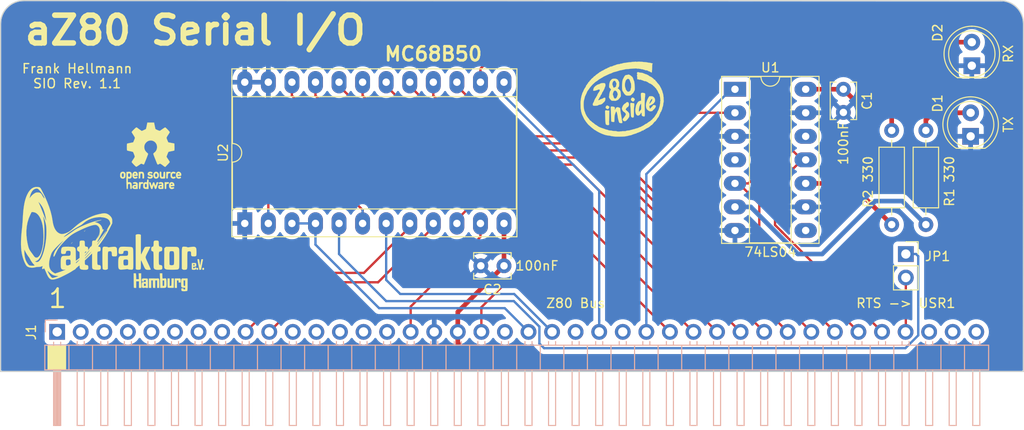
<source format=kicad_pcb>
(kicad_pcb (version 20240108) (generator "pcbnew") (generator_version "8.0")
  (layers (0 "F.Cu" signal) (31 "B.Cu" signal) (34 "B.Paste" user) (35 "F.Paste" user) (36 "B.SilkS" user "B.Silkscreen") (37 "F.SilkS" user "F.Silkscreen") (38 "B.Mask" user) (39 "F.Mask" user) (44 "Edge.Cuts" user))
  (net 0 "")
  (net 1 "/USR4")
  (net 2 "/USR3")
  (net 3 "/USR2")
  (net 4 "/USR1")
  (net 5 "/RX")
  (net 6 "/TX")
  (net 7 "/D7")
  (net 8 "/D6")
  (net 9 "/D5")
  (net 10 "/D4")
  (net 11 "/D3")
  (net 12 "/D2")
  (net 13 "/D1")
  (net 14 "/D0")
  (net 15 "/RD")
  (net 16 "/MREQ")
  (net 17 "/RESET")
  (net 18 "VCC")
  (net 19 "GND")
  (net 20 "/A1")
  (net 21 "/A2")
  (net 22 "/A3")
  (net 23 "/A4")
  (net 24 "/A5")
  (net 25 "/A8")
  (net 26 "/A9")
  (net 27 "/A10")
  (net 28 "/A11")
  (net 29 "/A12")
  (net 30 "/A13")
  (net 31 "/A14")
  (net 32 "/A15")
  (net 33 "Net-(D1-Pad2)")
  (net 34 "Net-(D2-Pad2)")
  (net 35 "IORQ")
  (net 36 "WR")
  (net 37 "INT")
  (net 38 "CLOCK")
  (net 39 "M1")
  (net 40 "A0")
  (net 41 "A6")
  (net 42 "A7")
  (net 43 "Net-(JP1-Pad1)")
  (net 44 "Net-(R1-Pad2)")
  (net 45 "Net-(R2-Pad2)")
  (net 46 "Net-(U1-Pad12)")
  (net 47 "Net-(U1-Pad4)")
  (net 48 "Net-(U1-Pad2)")
  (net 49 "Net-(U1-Pad8)")
  (footprint "Backplane:attraktor" (layer "F.Cu") (at 95 100.2)
    (property "Reference" "G***" (hide yes))
    (property "Value" "LOGO" (hide yes))
  )
  (footprint "Backplane:osh_logo" (layer "F.Cu") (at 99.06 91.186)
    (property "Reference" "G***" (hide yes))
    (property "Value" "LOGO" (hide yes))
  )
  (footprint "Backplane:Z80_inside" (layer "F.Cu") (at 149.86 84.836)
    (property "Reference" "G***" (hide yes))
    (property "Value" "LOGO" (hide yes))
  )
  (footprint "Capacitor_THT:C_Disc_D3.8mm_W2.6mm_P2.50mm" (layer "F.Cu") (at 173.736 83.82 -90)
    (property "Reference" "C1" (at 1.25 -2.55 90) (layer "F.SilkS"))
    (property "Value" "100nF" (at 5.842 0 90) (layer "F.SilkS"))
    (pad "1" thru_hole circle (at 0 0 270) (size 1.6 1.6) (drill 0.8) (layers "*.Cu" "*.Mask") (net 18 "VCC"))
    (pad "2" thru_hole circle (at 2.5 0 270) (size 1.6 1.6) (drill 0.8) (layers "*.Cu" "*.Mask") (net 19 "GND"))
  )
  (footprint "Capacitor_THT:C_Disc_D3.8mm_W2.6mm_P2.50mm" (layer "F.Cu") (at 137.16 102.87 180)
    (property "Reference" "C2" (at 1.25 -2.55 0) (layer "F.SilkS"))
    (property "Value" "100nF" (at -3.556 0 0) (layer "F.SilkS"))
    (pad "1" thru_hole circle (at 0 0 180) (size 1.6 1.6) (drill 0.8) (layers "*.Cu" "*.Mask") (net 18 "VCC"))
    (pad "2" thru_hole circle (at 2.5 0 180) (size 1.6 1.6) (drill 0.8) (layers "*.Cu" "*.Mask") (net 19 "GND"))
  )
  (footprint "LED_THT:LED_D5.0mm" (layer "F.Cu") (at 187.452 88.9 90)
    (property "Reference" "D1" (at 3.556 -3.556 -90) (layer "F.SilkS"))
    (property "Value" "TX" (at 1.27 4.064 90) (layer "F.SilkS"))
    (pad "1" thru_hole rect (at 0 0 90) (size 1.8 1.8) (drill 0.9) (layers "*.Cu" "*.Mask") (net 19 "GND"))
    (pad "2" thru_hole circle (at 2.54 0 90) (size 1.8 1.8) (drill 0.9) (layers "*.Cu" "*.Mask") (net 33 "Net-(D1-Pad2)"))
  )
  (footprint "LED_THT:LED_D5.0mm" (layer "F.Cu") (at 187.579 81.28 90)
    (property "Reference" "D2" (at 3.556 -3.683 -90) (layer "F.SilkS"))
    (property "Value" "RX" (at 1.27 3.937 90) (layer "F.SilkS"))
    (pad "1" thru_hole rect (at 0 0 90) (size 1.8 1.8) (drill 0.9) (layers "*.Cu" "*.Mask") (net 19 "GND"))
    (pad "2" thru_hole circle (at 2.54 0 90) (size 1.8 1.8) (drill 0.9) (layers "*.Cu" "*.Mask") (net 34 "Net-(D2-Pad2)"))
  )
  (footprint "Connector_PinSocket_2.54mm:PinSocket_1x02_P2.54mm_Vertical" (layer "F.Cu") (at 180.467 101.6)
    (property "Reference" "JP1" (at 3.429 0.254 0) (layer "F.SilkS"))
    (property "Value" "RTS -> USR1" (at 0 5.31 0) (layer "F.SilkS"))
    (pad "1" thru_hole rect (at 0 0) (size 1.7 1.7) (drill 1) (layers "*.Cu" "*.Mask") (net 43 "Net-(JP1-Pad1)"))
    (pad "2" thru_hole oval (at 0 2.54) (size 1.7 1.7) (drill 1) (layers "*.Cu" "*.Mask") (net 4 "/USR1"))
  )
  (footprint "Resistor_THT:R_Axial_DIN0207_L6.3mm_D2.5mm_P10.16mm_Horizontal" (layer "F.Cu") (at 178.943 88.265 -90)
    (property "Reference" "R2" (at 7.366 2.54 90) (layer "F.SilkS"))
    (property "Value" "330" (at 4.191 2.54 90) (layer "F.SilkS"))
    (pad "1" thru_hole circle (at 0 0 270) (size 1.6 1.6) (drill 0.8) (layers "*.Cu" "*.Mask") (net 34 "Net-(D2-Pad2)"))
    (pad "2" thru_hole oval (at 10.16 0 270) (size 1.6 1.6) (drill 0.8) (layers "*.Cu" "*.Mask") (net 45 "Net-(R2-Pad2)"))
  )
  (footprint "Package_DIP:DIP-14_W7.62mm_Socket_LongPads" (layer "F.Cu") (at 162.052 83.82)
    (property "Reference" "U1" (at 3.81 -2.33 0) (layer "F.SilkS"))
    (property "Value" "74LS04" (at 3.81 17.57 0) (layer "F.SilkS"))
    (pad "1" thru_hole rect (at 0 0) (size 2.4 1.6) (drill 0.8) (layers "*.Cu" "*.Mask") (net 35 "IORQ"))
    (pad "2" thru_hole oval (at 0 2.54) (size 2.4 1.6) (drill 0.8) (layers "*.Cu" "*.Mask") (net 48 "Net-(U1-Pad2)"))
    (pad "3" thru_hole oval (at 0 5.08) (size 2.4 1.6) (drill 0.8) (layers "*.Cu" "*.Mask") (net 19 "GND"))
    (pad "4" thru_hole oval (at 0 7.62) (size 2.4 1.6) (drill 0.8) (layers "*.Cu" "*.Mask") (net 47 "Net-(U1-Pad4)"))
    (pad "5" thru_hole oval (at 0 10.16) (size 2.4 1.6) (drill 0.8) (layers "*.Cu" "*.Mask") (net 6 "/TX"))
    (pad "6" thru_hole oval (at 0 12.7) (size 2.4 1.6) (drill 0.8) (layers "*.Cu" "*.Mask") (net 44 "Net-(R1-Pad2)"))
    (pad "7" thru_hole oval (at 0 15.24) (size 2.4 1.6) (drill 0.8) (layers "*.Cu" "*.Mask") (net 19 "GND"))
    (pad "8" thru_hole oval (at 7.62 15.24) (size 2.4 1.6) (drill 0.8) (layers "*.Cu" "*.Mask") (net 49 "Net-(U1-Pad8)"))
    (pad "9" thru_hole oval (at 7.62 12.7) (size 2.4 1.6) (drill 0.8) (layers "*.Cu" "*.Mask") (net 19 "GND"))
    (pad "10" thru_hole oval (at 7.62 10.16) (size 2.4 1.6) (drill 0.8) (layers "*.Cu" "*.Mask") (net 45 "Net-(R2-Pad2)"))
    (pad "11" thru_hole oval (at 7.62 7.62) (size 2.4 1.6) (drill 0.8) (layers "*.Cu" "*.Mask") (net 5 "/RX"))
    (pad "12" thru_hole oval (at 7.62 5.08) (size 2.4 1.6) (drill 0.8) (layers "*.Cu" "*.Mask") (net 46 "Net-(U1-Pad12)"))
    (pad "13" thru_hole oval (at 7.62 2.54) (size 2.4 1.6) (drill 0.8) (layers "*.Cu" "*.Mask") (net 19 "GND"))
    (pad "14" thru_hole oval (at 7.62 0) (size 2.4 1.6) (drill 0.8) (layers "*.Cu" "*.Mask") (net 18 "VCC"))
  )
  (footprint "Package_DIP:DIP-24_W15.24mm_Socket_LongPads" (layer "F.Cu") (at 109.22 98.298 90)
    (property "Reference" "U2" (at 7.62 -2.33 90) (layer "F.SilkS"))
    (property "Value" "MC68B50" (at 18.288 20.32 180) (layer "F.SilkS") (effects (font (size 1.5 1.5) (thickness 0.3))))
    (pad "1" thru_hole rect (at 0 0 90) (size 2.4 1.6) (drill 0.8) (layers "*.Cu" "*.Mask") (net 19 "GND"))
    (pad "2" thru_hole oval (at 0 2.54 90) (size 2.4 1.6) (drill 0.8) (layers "*.Cu" "*.Mask") (net 5 "/RX"))
    (pad "3" thru_hole oval (at 0 5.08 90) (size 2.4 1.6) (drill 0.8) (layers "*.Cu" "*.Mask") (net 38 "CLOCK"))
    (pad "4" thru_hole oval (at 0 7.62 90) (size 2.4 1.6) (drill 0.8) (layers "*.Cu" "*.Mask") (net 38 "CLOCK"))
    (pad "5" thru_hole oval (at 0 10.16 90) (size 2.4 1.6) (drill 0.8) (layers "*.Cu" "*.Mask") (net 43 "Net-(JP1-Pad1)"))
    (pad "6" thru_hole oval (at 0 12.7 90) (size 2.4 1.6) (drill 0.8) (layers "*.Cu" "*.Mask") (net 6 "/TX"))
    (pad "7" thru_hole oval (at 0 15.24 90) (size 2.4 1.6) (drill 0.8) (layers "*.Cu" "*.Mask") (net 37 "INT"))
    (pad "8" thru_hole oval (at 0 17.78 90) (size 2.4 1.6) (drill 0.8) (layers "*.Cu" "*.Mask") (net 42 "A7"))
    (pad "9" thru_hole oval (at 0 20.32 90) (size 2.4 1.6) (drill 0.8) (layers "*.Cu" "*.Mask") (net 41 "A6"))
    (pad "10" thru_hole oval (at 0 22.86 90) (size 2.4 1.6) (drill 0.8) (layers "*.Cu" "*.Mask") (net 39 "M1"))
    (pad "11" thru_hole oval (at 0 25.4 90) (size 2.4 1.6) (drill 0.8) (layers "*.Cu" "*.Mask") (net 40 "A0"))
    (pad "12" thru_hole oval (at 0 27.94 90) (size 2.4 1.6) (drill 0.8) (layers "*.Cu" "*.Mask") (net 18 "VCC"))
    (pad "13" thru_hole oval (at 15.24 27.94 90) (size 2.4 1.6) (drill 0.8) (layers "*.Cu" "*.Mask") (net 36 "WR"))
    (pad "14" thru_hole oval (at 15.24 25.4 90) (size 2.4 1.6) (drill 0.8) (layers "*.Cu" "*.Mask") (net 48 "Net-(U1-Pad2)"))
    (pad "15" thru_hole oval (at 15.24 22.86 90) (size 2.4 1.6) (drill 0.8) (layers "*.Cu" "*.Mask") (net 7 "/D7"))
    (pad "16" thru_hole oval (at 15.24 20.32 90) (size 2.4 1.6) (drill 0.8) (layers "*.Cu" "*.Mask") (net 8 "/D6"))
    (pad "17" thru_hole oval (at 15.24 17.78 90) (size 2.4 1.6) (drill 0.8) (layers "*.Cu" "*.Mask") (net 9 "/D5"))
    (pad "18" thru_hole oval (at 15.24 15.24 90) (size 2.4 1.6) (drill 0.8) (layers "*.Cu" "*.Mask") (net 10 "/D4"))
    (pad "19" thru_hole oval (at 15.24 12.7 90) (size 2.4 1.6) (drill 0.8) (layers "*.Cu" "*.Mask") (net 11 "/D3"))
    (pad "20" thru_hole oval (at 15.24 10.16 90) (size 2.4 1.6) (drill 0.8) (layers "*.Cu" "*.Mask") (net 12 "/D2"))
    (pad "21" thru_hole oval (at 15.24 7.62 90) (size 2.4 1.6) (drill 0.8) (layers "*.Cu" "*.Mask") (net 13 "/D1"))
    (pad "22" thru_hole oval (at 15.24 5.08 90) (size 2.4 1.6) (drill 0.8) (layers "*.Cu" "*.Mask") (net 14 "/D0"))
    (pad "23" thru_hole oval (at 15.24 2.54 90) (size 2.4 1.6) (drill 0.8) (layers "*.Cu" "*.Mask") (net 19 "GND"))
    (pad "24" thru_hole oval (at 15.24 0 90) (size 2.4 1.6) (drill 0.8) (layers "*.Cu" "*.Mask") (net 19 "GND"))
  )
  (footprint "Resistor_THT:R_Axial_DIN0207_L6.3mm_D2.5mm_P10.16mm_Horizontal" (layer "F.Cu") (at 182.626 88.265 -90)
    (property "Reference" "R1" (at 7.239 -2.54 90) (layer "F.SilkS"))
    (property "Value" "330" (at 4.191 -2.54 90) (layer "F.SilkS"))
    (pad "1" thru_hole circle (at 0 0 270) (size 1.6 1.6) (drill 0.8) (layers "*.Cu" "*.Mask") (net 33 "Net-(D1-Pad2)"))
    (pad "2" thru_hole oval (at 10.16 0 270) (size 1.6 1.6) (drill 0.8) (layers "*.Cu" "*.Mask") (net 44 "Net-(R1-Pad2)"))
  )
  (footprint "Connector_PinHeader_2.54mm:PinHeader_1x40_P2.54mm_Horizontal" (layer "B.Cu") (at 89 110 -90)
    (property "Reference" "J1" (at 0.05 2.8 90) (layer "F.SilkS"))
    (property "Value" "Z80 Bus" (at -3.09 -55.88 0) (layer "F.SilkS"))
    (pad "1" thru_hole rect (at 0 0 270) (size 1.7 1.7) (drill 1) (layers "*.Cu" "*.Mask") (net 32 "/A15"))
    (pad "2" thru_hole oval (at 0 -2.54 270) (size 1.7 1.7) (drill 1) (layers "*.Cu" "*.Mask") (net 31 "/A14"))
    (pad "3" thru_hole oval (at 0 -5.08 270) (size 1.7 1.7) (drill 1) (layers "*.Cu" "*.Mask") (net 30 "/A13"))
    (pad "4" thru_hole oval (at 0 -7.62 270) (size 1.7 1.7) (drill 1) (layers "*.Cu" "*.Mask") (net 29 "/A12"))
    (pad "5" thru_hole oval (at 0 -10.16 270) (size 1.7 1.7) (drill 1) (layers "*.Cu" "*.Mask") (net 28 "/A11"))
    (pad "6" thru_hole oval (at 0 -12.7 270) (size 1.7 1.7) (drill 1) (layers "*.Cu" "*.Mask") (net 27 "/A10"))
    (pad "7" thru_hole oval (at 0 -15.24 270) (size 1.7 1.7) (drill 1) (layers "*.Cu" "*.Mask") (net 26 "/A9"))
    (pad "8" thru_hole oval (at 0 -17.78 270) (size 1.7 1.7) (drill 1) (layers "*.Cu" "*.Mask") (net 25 "/A8"))
    (pad "9" thru_hole oval (at 0 -20.32 270) (size 1.7 1.7) (drill 1) (layers "*.Cu" "*.Mask") (net 42 "A7"))
    (pad "10" thru_hole oval (at 0 -22.86 270) (size 1.7 1.7) (drill 1) (layers "*.Cu" "*.Mask") (net 41 "A6"))
    (pad "11" thru_hole oval (at 0 -25.4 270) (size 1.7 1.7) (drill 1) (layers "*.Cu" "*.Mask") (net 24 "/A5"))
    (pad "12" thru_hole oval (at 0 -27.94 270) (size 1.7 1.7) (drill 1) (layers "*.Cu" "*.Mask") (net 23 "/A4"))
    (pad "13" thru_hole oval (at 0 -30.48 270) (size 1.7 1.7) (drill 1) (layers "*.Cu" "*.Mask") (net 22 "/A3"))
    (pad "14" thru_hole oval (at 0 -33.02 270) (size 1.7 1.7) (drill 1) (layers "*.Cu" "*.Mask") (net 21 "/A2"))
    (pad "15" thru_hole oval (at 0 -35.56 270) (size 1.7 1.7) (drill 1) (layers "*.Cu" "*.Mask") (net 20 "/A1"))
    (pad "16" thru_hole oval (at 0 -38.1 270) (size 1.7 1.7) (drill 1) (layers "*.Cu" "*.Mask") (net 40 "A0"))
    (pad "17" thru_hole oval (at 0 -40.64 270) (size 1.7 1.7) (drill 1) (layers "*.Cu" "*.Mask") (net 19 "GND"))
    (pad "18" thru_hole oval (at 0 -43.18 270) (size 1.7 1.7) (drill 1) (layers "*.Cu" "*.Mask") (net 18 "VCC"))
    (pad "19" thru_hole oval (at 0 -45.72 270) (size 1.7 1.7) (drill 1) (layers "*.Cu" "*.Mask") (net 39 "M1"))
    (pad "20" thru_hole oval (at 0 -48.26 270) (size 1.7 1.7) (drill 1) (layers "*.Cu" "*.Mask") (net 17 "/RESET"))
    (pad "21" thru_hole oval (at 0 -50.8 270) (size 1.7 1.7) (drill 1) (layers "*.Cu" "*.Mask") (net 38 "CLOCK"))
    (pad "22" thru_hole oval (at 0 -53.34 270) (size 1.7 1.7) (drill 1) (layers "*.Cu" "*.Mask") (net 37 "INT"))
    (pad "23" thru_hole oval (at 0 -55.88 270) (size 1.7 1.7) (drill 1) (layers "*.Cu" "*.Mask") (net 16 "/MREQ"))
    (pad "24" thru_hole oval (at 0 -58.42 270) (size 1.7 1.7) (drill 1) (layers "*.Cu" "*.Mask") (net 36 "WR"))
    (pad "25" thru_hole oval (at 0 -60.96 270) (size 1.7 1.7) (drill 1) (layers "*.Cu" "*.Mask") (net 15 "/RD"))
    (pad "26" thru_hole oval (at 0 -63.5 270) (size 1.7 1.7) (drill 1) (layers "*.Cu" "*.Mask") (net 35 "IORQ"))
    (pad "27" thru_hole oval (at 0 -66.04 270) (size 1.7 1.7) (drill 1) (layers "*.Cu" "*.Mask") (net 14 "/D0"))
    (pad "28" thru_hole oval (at 0 -68.58 270) (size 1.7 1.7) (drill 1) (layers "*.Cu" "*.Mask") (net 13 "/D1"))
    (pad "29" thru_hole oval (at 0 -71.12 270) (size 1.7 1.7) (drill 1) (layers "*.Cu" "*.Mask") (net 12 "/D2"))
    (pad "30" thru_hole oval (at 0 -73.66 270) (size 1.7 1.7) (drill 1) (layers "*.Cu" "*.Mask") (net 11 "/D3"))
    (pad "31" thru_hole oval (at 0 -76.2 270) (size 1.7 1.7) (drill 1) (layers "*.Cu" "*.Mask") (net 10 "/D4"))
    (pad "32" thru_hole oval (at 0 -78.74 270) (size 1.7 1.7) (drill 1) (layers "*.Cu" "*.Mask") (net 9 "/D5"))
    (pad "33" thru_hole oval (at 0 -81.28 270) (size 1.7 1.7) (drill 1) (layers "*.Cu" "*.Mask") (net 8 "/D6"))
    (pad "34" thru_hole oval (at 0 -83.82 270) (size 1.7 1.7) (drill 1) (layers "*.Cu" "*.Mask") (net 7 "/D7"))
    (pad "35" thru_hole oval (at 0 -86.36 270) (size 1.7 1.7) (drill 1) (layers "*.Cu" "*.Mask") (net 6 "/TX"))
    (pad "36" thru_hole oval (at 0 -88.9 270) (size 1.7 1.7) (drill 1) (layers "*.Cu" "*.Mask") (net 5 "/RX"))
    (pad "37" thru_hole oval (at 0 -91.44 270) (size 1.7 1.7) (drill 1) (layers "*.Cu" "*.Mask") (net 4 "/USR1"))
    (pad "38" thru_hole oval (at 0 -93.98 270) (size 1.7 1.7) (drill 1) (layers "*.Cu" "*.Mask") (net 3 "/USR2"))
    (pad "39" thru_hole oval (at 0 -96.52 270) (size 1.7 1.7) (drill 1) (layers "*.Cu" "*.Mask") (net 2 "/USR3"))
    (pad "40" thru_hole oval (at 0 -99.06 270) (size 1.7 1.7) (drill 1) (layers "*.Cu" "*.Mask") (net 1 "/USR4"))
  )
  (gr_poly (pts (xy 88.011 111.506) (xy 89.916 111.506) (xy 89.916 114.046) (xy 88.011 114.046)) (stroke (width 0.1)) (fill solid) (layer "F.SilkS"))
  (gr_arc (start 82.9 76.75) (mid 83.632233 74.982233) (end 85.4 74.25) (stroke (width 0.12)) (layer "Edge.Cuts"))
  (gr_arc (start 190.66 74.26) (mid 192.420696 74.989304) (end 193.15 76.75) (stroke (width 0.12)) (layer "Edge.Cuts"))
  (gr_line (start 85.4 74.25) (end 190.66 74.26) (stroke (width 0.12)) (layer "Edge.Cuts"))
  (gr_line (start 193.15 76.75) (end 193.14 114.276) (stroke (width 0.12)) (layer "Edge.Cuts"))
  (gr_line (start 193.14 114.276) (end 82.904 114.276) (stroke (width 0.12)) (layer "Edge.Cuts"))
  (gr_line (start 82.9 114.276) (end 82.9 76.75) (stroke (width 0.12)) (layer "Edge.Cuts"))
  (gr_text "aZ80 Serial I/O" (at 103.886 77.47 0) (layer "F.SilkS") (effects (font (size 3 3) (thickness 0.6))))
  (gr_text "1" (at 89.05 106.4 0) (layer "F.SilkS") (effects (font (size 2 2) (thickness 0.25))))
  (gr_text "Frank Hellmann\nSIO Rev. 1.1" (at 91.15 82.4 0) (layer "F.SilkS") (effects (font (size 1 1))))
  (segment (start 180.467 109.973) (end 180.44 110) (width 0.25) (layer "F.Cu") (net 4))
  (segment (start 180.467 104.14) (end 180.467 109.973) (width 0.25) (layer "F.Cu") (net 4))
  (segment (start 163.576 78.74) (end 166.37 81.534) (width 0.25) (layer "F.Cu") (net 5))
  (segment (start 166.96 99.06) (end 167.173 99.273) (width 0.25) (layer "F.Cu") (net 5))
  (segment (start 166.37 88.538) (end 166.37 84.074) (width 0.25) (layer "F.Cu") (net 5))
  (segment (start 166.37 83.82) (end 166.37 84.074) (width 0.25) (layer "F.Cu") (net 5))
  (segment (start 106.426 87.63) (end 106.426 81.534) (width 0.25) (layer "F.Cu") (net 5))
  (segment (start 106.426 81.534) (end 109.22 78.74) (width 0.25) (layer "F.Cu") (net 5))
  (segment (start 169.672 91.44) (end 169.272 91.44) (width 0.25) (layer "F.Cu") (net 5))
  (segment (start 167.173 99.273) (end 177.9 110) (width 0.25) (layer "F.Cu") (net 5))
  (segment (start 166.37 98.47) (end 167.173 99.273) (width 0.25) (layer "F.Cu") (net 5))
  (segment (start 169.272 91.44) (end 166.37 88.538) (width 0.25) (layer "F.Cu") (net 5))
  (segment (start 166.37 98.47) (end 166.37 94.342) (width 0.25) (layer "F.Cu") (net 5))
  (segment (start 109.22 78.74) (end 163.576 78.74) (width 0.25) (layer "F.Cu") (net 5))
  (segment (start 166.37 81.534) (end 166.37 84.074) (width 0.25) (layer "F.Cu") (net 5))
  (segment (start 111.76 98.298) (end 111.76 92.964) (width 0.25) (layer "F.Cu") (net 5))
  (segment (start 166.37 94.342) (end 169.272 91.44) (width 0.25) (layer "F.Cu") (net 5))
  (segment (start 111.76 92.964) (end 106.426 87.63) (width 0.25) (layer "F.Cu") (net 5))
  (segment (start 111.76 98.298) (end 111.76 96.848) (width 0.25) (layer "B.Cu") (net 5))
  (segment (start 164.674 99.314) (end 175.36 110) (width 0.25) (layer "F.Cu") (net 6))
  (segment (start 109.60241 79.502) (end 107.442 81.66241) (width 0.25) (layer "F.Cu") (net 6))
  (segment (start 164.674 96.202) (end 162.452 93.98) (width 0.25) (layer "F.Cu") (net 6))
  (segment (start 107.442 81.66241) (end 107.442 87.122) (width 0.25) (layer "F.Cu") (net 6))
  (segment (start 112.522 92.202) (end 117.274 92.202) (width 0.25) (layer "F.Cu") (net 6))
  (segment (start 162.052 93.98) (end 163.502 93.98) (width 0.25) (layer "F.Cu") (net 6))
  (segment (start 162.452 93.98) (end 162.052 93.98) (width 0.25) (layer "F.Cu") (net 6))
  (segment (start 163.502 93.98) (end 164.592 92.89) (width 0.25) (layer "F.Cu") (net 6))
  (segment (start 107.442 87.122) (end 112.522 92.202) (width 0.25) (layer "F.Cu") (net 6))
  (segment (start 117.274 92.202) (end 121.92 96.848) (width 0.25) (layer "F.Cu") (net 6))
  (segment (start 164.674 99.314) (end 164.674 96.202) (width 0.25) (layer "F.Cu") (net 6))
  (segment (start 164.592 81.28) (end 162.814 79.502) (width 0.25) (layer "F.Cu") (net 6))
  (segment (start 164.592 92.89) (end 164.592 81.28) (width 0.25) (layer "F.Cu") (net 6))
  (segment (start 162.814 79.502) (end 109.60241 79.502) (width 0.25) (layer "F.Cu") (net 6))
  (segment (start 121.92 96.848) (end 121.92 98.298) (width 0.25) (layer "F.Cu") (net 6))
  (segment (start 121.92 98.298) (end 121.92 96.848) (width 0.25) (layer "B.Cu") (net 6))
  (segment (start 132.08 83.058) (end 132.08 83.458) (width 0.25) (layer "F.Cu") (net 7))
  (segment (start 132.08 83.458) (end 137.522 88.9) (width 0.25) (layer "F.Cu") (net 7))
  (segment (start 165.055 102.235) (end 172.82 110) (width 0.25) (layer "F.Cu") (net 7))
  (segment (start 137.522 88.9) (end 147.32 88.9) (width 0.25) (layer "F.Cu") (net 7))
  (segment (start 160.655 102.235) (end 165.055 102.235) (width 0.25) (layer "F.Cu") (net 7))
  (segment (start 147.32 88.9) (end 160.655 102.235) (width 0.25) (layer "F.Cu") (net 7))
  (segment (start 147.066 89.662) (end 160.274 102.87) (width 0.25) (layer "F.Cu") (net 8))
  (segment (start 134.694 89.662) (end 147.066 89.662) (width 0.25) (layer "F.Cu") (net 8))
  (segment (start 129.54 83.058) (end 129.54 84.508) (width 0.25) (layer "F.Cu") (net 8))
  (segment (start 163.15 102.87) (end 170.28 110) (width 0.25) (layer "F.Cu") (net 8))
  (segment (start 129.54 84.508) (end 134.694 89.662) (width 0.25) (layer "F.Cu") (net 8))
  (segment (start 160.274 102.87) (end 163.15 102.87) (width 0.25) (layer "F.Cu") (net 8))
  (segment (start 146.812 90.424) (end 160.02 103.632) (width 0.25) (layer "F.Cu") (net 9))
  (segment (start 127 83.058) (end 127 83.458) (width 0.25) (layer "F.Cu") (net 9))
  (segment (start 127 83.458) (end 133.966 90.424) (width 0.25) (layer "F.Cu") (net 9))
  (segment (start 161.372 103.632) (end 167.74 110) (width 0.25) (layer "F.Cu") (net 9))
  (segment (start 160.02 103.632) (end 161.372 103.632) (width 0.25) (layer "F.Cu") (net 9))
  (segment (start 133.966 90.424) (end 146.812 90.424) (width 0.25) (layer "F.Cu") (net 9))
  (segment (start 165.1 109.9) (end 165.2 110) (width 0.25) (layer "F.Cu") (net 10))
  (segment (start 132.188 91.186) (end 146.386 91.186) (width 0.25) (layer "F.Cu") (net 10))
  (segment (start 124.46 83.458) (end 132.188 91.186) (width 0.25) (layer "F.Cu") (net 10))
  (segment (start 124.46 83.058) (end 124.46 83.458) (width 0.25) (layer "F.Cu") (net 10))
  (segment (start 146.386 91.186) (end 165.1 109.9) (width 0.25) (layer "F.Cu") (net 10))
  (segment (start 129.36 91.948) (end 144.608 91.948) (width 0.25) (layer "F.Cu") (net 11))
  (segment (start 121.92 84.508) (end 129.36 91.948) (width 0.25) (layer "F.Cu") (net 11))
  (segment (start 144.608 91.948) (end 162.66 110) (width 0.25) (layer "F.Cu") (net 11))
  (segment (start 121.92 83.058) (end 121.92 84.508) (width 0.25) (layer "F.Cu") (net 11))
  (segment (start 128.632 92.71) (end 142.83 92.71) (width 0.25) (layer "F.Cu") (net 12))
  (segment (start 119.38 83.058) (end 119.38 83.458) (width 0.25) (layer "F.Cu") (net 12))
  (segment (start 119.38 83.458) (end 128.632 92.71) (width 0.25) (layer "F.Cu") (net 12))
  (segment (start 142.83 92.71) (end 160.12 110) (width 0.25) (layer "F.Cu") (net 12))
  (segment (start 141.052 93.472) (end 157.58 110) (width 0.25) (layer "F.Cu") (net 13))
  (segment (start 116.84 83.058) (end 116.84 84.508) (width 0.25) (layer "F.Cu") (net 13))
  (segment (start 125.804 93.472) (end 141.052 93.472) (width 0.25) (layer "F.Cu") (net 13))
  (segment (start 116.84 84.508) (end 125.804 93.472) (width 0.25) (layer "F.Cu") (net 13))
  (segment (start 114.3 84.508) (end 124.026 94.234) (width 0.25) (layer "F.Cu") (net 14))
  (segment (start 124.026 94.234) (end 139.274 94.234) (width 0.25) (layer "F.Cu") (net 14))
  (segment (start 114.3 83.058) (end 114.3 84.508) (width 0.25) (layer "F.Cu") (net 14))
  (segment (start 139.274 94.234) (end 155.04 110) (width 0.25) (layer "F.Cu") (net 14))
  (segment (start 132.18 107.85) (end 137.16 102.87) (width 0.5) (layer "F.Cu") (net 18))
  (segment (start 183.515 92.583) (end 177.419 92.583) (width 0.5) (layer "F.Cu") (net 18))
  (segment (start 190.246 99.314) (end 183.515 92.583) (width 0.5) (layer "F.Cu") (net 18))
  (segment (start 177.419 92.583) (end 176.022 91.186) (width 0.5) (layer "F.Cu") (net 18))
  (segment (start 132.18 111.202081) (end 133.753919 112.776) (width 0.5) (layer "F.Cu") (net 18))
  (segment (start 132.18 110) (end 132.18 111.202081) (width 0.5) (layer "F.Cu") (net 18))
  (segment (start 176.022 86.106) (end 173.736 83.82) (width 0.5) (layer "F.Cu") (net 18))
  (segment (start 173.736 83.82) (end 169.672 83.82) (width 0.5) (layer "F.Cu") (net 18))
  (segment (start 133.753919 112.776) (end 188.722 112.776) (width 0.5) (layer "F.Cu") (net 18))
  (segment (start 137.16 102.87) (end 137.16 98.298) (width 0.5) (layer "F.Cu") (net 18))
  (segment (start 132.18 110) (end 132.18 107.85) (width 0.5) (layer "F.Cu") (net 18))
  (segment (start 176.022 91.186) (end 176.022 86.106) (width 0.5) (layer "F.Cu") (net 18))
  (segment (start 188.722 112.776) (end 190.246 111.252) (width 0.5) (layer "F.Cu") (net 18))
  (segment (start 190.246 111.252) (end 190.246 99.314) (width 0.5) (layer "F.Cu") (net 18))
  (segment (start 162.452 88.9) (end 162.052 88.9) (width 0.25) (layer "F.Cu") (net 19))
  (segment (start 169.272 96.52) (end 169.672 96.52) (width 0.25) (layer "B.Cu") (net 19))
  (segment (start 182.626 87.13363) (end 183.39963 86.36) (width 0.5) (layer "F.Cu") (net 33))
  (segment (start 186.179208 86.36) (end 187.452 86.36) (width 0.5) (layer "F.Cu") (net 33))
  (segment (start 183.39963 86.36) (end 186.179208 86.36) (width 0.5) (layer "F.Cu") (net 33))
  (segment (start 182.626 88.265) (end 182.626 87.13363) (width 0.5) (layer "F.Cu") (net 33))
  (segment (start 185.42 78.74) (end 187.579 78.74) (width 0.5) (layer "F.Cu") (net 34))
  (segment (start 178.943 88.265) (end 178.943 85.217) (width 0.5) (layer "F.Cu") (net 34))
  (segment (start 178.943 85.217) (end 185.42 78.74) (width 0.5) (layer "F.Cu") (net 34))
  (segment (start 161.652 83.82) (end 152.5 92.972) (width 0.25) (layer "B.Cu") (net 35))
  (segment (start 152.5 108.797919) (end 152.5 110) (width 0.25) (layer "B.Cu") (net 35))
  (segment (start 162.052 83.82) (end 161.652 83.82) (width 0.25) (layer "B.Cu") (net 35))
  (segment (start 152.5 92.972) (end 152.5 108.797919) (width 0.25) (layer "B.Cu") (net 35))
  (segment (start 137.16 83.058) (end 137.16 84.508) (width 0.25) (layer "B.Cu") (net 36))
  (segment (start 137.16 84.508) (end 147.42 94.768) (width 0.25) (layer "B.Cu") (net 36))
  (segment (start 147.42 94.768) (end 147.42 108.797919) (width 0.25) (layer "B.Cu") (net 36))
  (segment (start 147.42 108.797919) (end 147.42 110) (width 0.25) (layer "B.Cu") (net 36))
  (segment (start 124.46 98.298) (end 124.46 104.394) (width 0.25) (layer "B.Cu") (net 37))
  (segment (start 138.258 105.918) (end 142.34 110) (width 0.25) (layer "B.Cu") (net 37))
  (segment (start 125.984 105.918) (end 138.258 105.918) (width 0.25) (layer "B.Cu") (net 37))
  (segment (start 124.46 104.394) (end 125.984 105.918) (width 0.25) (layer "B.Cu") (net 37))
  (segment (start 139.7 109.9) (end 139.8 110) (width 0.25) (layer "F.Cu") (net 38))
  (segment (start 123.698 107.442) (end 116.84 100.584) (width 0.25) (layer "B.Cu") (net 38))
  (segment (start 139.8 110) (end 137.242 107.442) (width 0.25) (layer "B.Cu") (net 38))
  (segment (start 116.84 98.298) (end 114.3 98.298) (width 0.25) (layer "B.Cu") (net 38))
  (segment (start 116.84 100.584) (end 116.84 98.298) (width 0.25) (layer "B.Cu") (net 38))
  (segment (start 137.242 107.442) (end 123.698 107.442) (width 0.25) (layer "B.Cu") (net 38))
  (segment (start 137.668 96.012) (end 139.446 97.79) (width 0.25) (layer "F.Cu") (net 39))
  (segment (start 139.446 102.616) (end 134.72 107.342) (width 0.25) (layer "F.Cu") (net 39))
  (segment (start 134.72 107.342) (end 134.72 110) (width 0.25) (layer "F.Cu") (net 39))
  (segment (start 132.08 98.298) (end 132.08 97.898) (width 0.25) (layer "F.Cu") (net 39))
  (segment (start 139.446 97.79) (end 139.446 102.616) (width 0.25) (layer "F.Cu") (net 39))
  (segment (start 132.08 97.898) (end 133.966 96.012) (width 0.25) (layer "F.Cu") (net 39))
  (segment (start 133.966 96.012) (end 137.668 96.012) (width 0.25) (layer "F.Cu") (net 39))
  (segment (start 127.1 108.797919) (end 127.1 110) (width 0.25) (layer "F.Cu") (net 40))
  (segment (start 134.62 99.748) (end 127.1 107.268) (width 0.25) (layer "F.Cu") (net 40))
  (segment (start 134.62 98.298) (end 134.62 99.748) (width 0.25) (layer "F.Cu") (net 40))
  (segment (start 127.1 107.268) (end 127.1 108.797919) (width 0.25) (layer "F.Cu") (net 40))
  (segment (start 117.212 104.648) (end 111.86 110) (width 0.25) (layer "F.Cu") (net 41))
  (segment (start 129.54 98.298) (end 129.54 98.698) (width 0.25) (layer "F.Cu") (net 41))
  (segment (start 123.59 104.648) (end 117.212 104.648) (width 0.25) (layer "F.Cu") (net 41))
  (segment (start 129.54 98.698) (end 123.59 104.648) (width 0.25) (layer "F.Cu") (net 41))
  (segment (start 127 98.698) (end 122.066 103.632) (width 0.25) (layer "F.Cu") (net 42))
  (segment (start 127 98.298) (end 127 98.698) (width 0.25) (layer "F.Cu") (net 42))
  (segment (start 122.066 103.632) (end 115.688 103.632) (width 0.25) (layer "F.Cu") (net 42))
  (segment (start 115.688 103.632) (end 109.32 110) (width 0.25) (layer "F.Cu") (net 42))
  (segment (start 138.219002 106.68) (end 140.975001 109.435999) (width 0.25) (layer "B.Cu") (net 43))
  (segment (start 124.46 106.68) (end 138.219002 106.68) (width 0.25) (layer "B.Cu") (net 43))
  (segment (start 141.478 111.76) (end 180.419002 111.76) (width 0.25) (layer "B.Cu") (net 43))
  (segment (start 181.567 101.6) (end 180.467 101.6) (width 0.25) (layer "B.Cu") (net 43))
  (segment (start 119.38 98.298) (end 119.38 101.6) (width 0.25) (layer "B.Cu") (net 43))
  (segment (start 181.804999 110.374003) (end 181.804999 101.837999) (width 0.25) (layer "B.Cu") (net 43))
  (segment (start 119.38 101.6) (end 124.46 106.68) (width 0.25) (layer "B.Cu") (net 43))
  (segment (start 140.975001 111.257001) (end 141.478 111.76) (width 0.25) (layer "B.Cu") (net 43))
  (segment (start 181.804999 101.837999) (end 181.567 101.6) (width 0.25) (layer "B.Cu") (net 43))
  (segment (start 140.975001 109.435999) (end 140.975001 111.257001) (width 0.25) (layer "B.Cu") (net 43))
  (segment (start 180.419002 111.76) (end 181.804999 110.374003) (width 0.25) (layer "B.Cu") (net 43))
  (segment (start 162.052 96.52) (end 162.452 96.52) (width 0.25) (layer "F.Cu") (net 44))
  (segment (start 163.752 96.52) (end 168.832 101.6) (width 0.5) (layer "B.Cu") (net 44))
  (segment (start 162.052 96.52) (end 163.502 96.52) (width 0.25) (layer "B.Cu") (net 44))
  (segment (start 171.45 101.6) (end 177.165 95.885) (width 0.5) (layer "B.Cu") (net 44))
  (segment (start 168.832 101.6) (end 171.45 101.6) (width 0.5) (layer "B.Cu") (net 44))
  (segment (start 180.086 95.885) (end 182.626 98.425) (width 0.5) (layer "B.Cu") (net 44))
  (segment (start 162.052 96.52) (end 163.752 96.52) (width 0.5) (layer "B.Cu") (net 44))
  (segment (start 177.165 95.885) (end 180.086 95.885) (width 0.5) (layer "B.Cu") (net 44))
  (segment (start 169.672 93.98) (end 174.498 93.98) (width 0.5) (layer "F.Cu") (net 45))
  (segment (start 174.498 93.98) (end 178.943 98.425) (width 0.5) (layer "F.Cu") (net 45))
  (segment (start 134.62 83.058) (end 134.62 81.608) (width 0.25) (layer "F.Cu") (net 48))
  (segment (start 134.62 81.608) (end 135.583 80.645) (width 0.25) (layer "F.Cu") (net 48))
  (segment (start 147.955 80.645) (end 153.67 86.36) (width 0.25) (layer "F.Cu") (net 48))
  (segment (start 135.583 80.645) (end 147.955 80.645) (width 0.25) (layer "F.Cu") (net 48))
  (segment (start 153.67 86.36) (end 162.052 86.36) (width 0.25) (layer "F.Cu") (net 48))
  (segment (start 169.272 99.06) (end 169.672 99.06) (width 0.25) (layer "F.Cu") (net 49))
  (zone (net 19) (net_name "GND") (layer "B.Cu") (connect_pads (clearance 0.508)) (min_thickness 0.254) (fill yes (thermal_gap 0.508) (thermal_bridge_width 0.508))
    (polygon (pts (xy 82.9 114.3) (xy 82.85 74.3) (xy 193.1 74.35) (xy 193.1 114.25)))
  )
)
</source>
